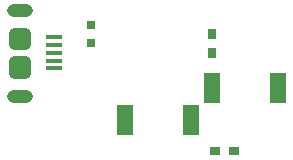
<source format=gbr>
G04 EAGLE Gerber RS-274X export*
G75*
%MOMM*%
%FSLAX34Y34*%
%LPD*%
%INSolderpaste Top*%
%IPPOS*%
%AMOC8*
5,1,8,0,0,1.08239X$1,22.5*%
G01*
%ADD10C,0.950000*%
%ADD11R,1.350000X0.400000*%
%ADD12C,1.066800*%
%ADD13R,0.900000X0.800000*%
%ADD14R,0.800000X0.900000*%
%ADD15R,0.800000X0.800000*%
%ADD16R,1.326100X2.650000*%


D10*
X59750Y382250D02*
X50250Y382250D01*
X50250Y391750D01*
X59750Y391750D01*
X59750Y382250D01*
X59750Y391275D02*
X50250Y391275D01*
X50250Y358250D02*
X59750Y358250D01*
X50250Y358250D02*
X50250Y367750D01*
X59750Y367750D01*
X59750Y358250D01*
X59750Y367275D02*
X50250Y367275D01*
D11*
X83750Y381500D03*
X83750Y388000D03*
X83750Y375000D03*
X83750Y368500D03*
X83750Y362000D03*
D12*
X60588Y411250D02*
X49412Y411250D01*
X49412Y338750D02*
X60588Y338750D01*
D13*
X220462Y291500D03*
X236338Y291500D03*
D14*
X217800Y374962D03*
X217800Y390838D03*
D15*
X115500Y383080D03*
X115500Y398320D03*
D16*
X217754Y345600D03*
X273646Y345600D03*
X199946Y318500D03*
X144054Y318500D03*
M02*

</source>
